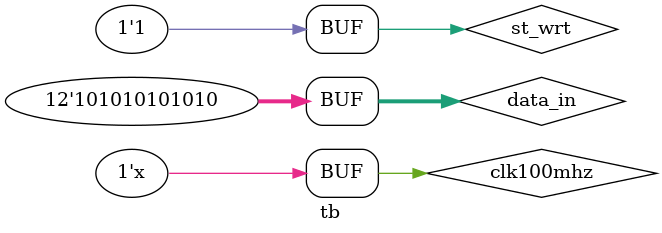
<source format=sv>
`timescale 1ns / 1ps


module tb;

    reg clk100mhz = 0;
    wire cs;
    wire mosi;
    wire sclk;
    reg st_wrt = 0;
    reg [11:0] data_in = 0;
    wire done;
    
    
    master_DA dut (data_in, clk100mhz, st_wrt, done, mosi, sclk, cs);
    
    always#5 clk100mhz = ~clk100mhz;
    
    initial begin
    st_wrt = 1;
    data_in = 12'b101010101010;
    end



endmodule

</source>
